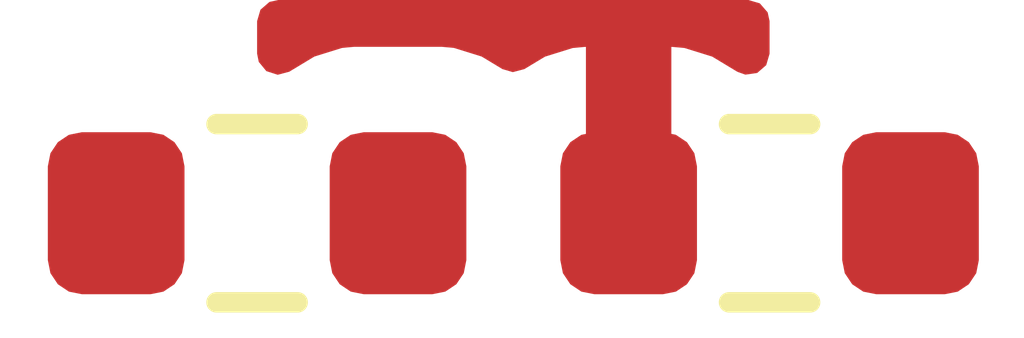
<source format=kicad_pcb>
(kicad_pcb (version 20241229) (generator "pcbnew") (generator_version "9.0")
  (layers (0 "F.Cu" signal) (2 "B.Cu" signal) (13 "F.Paste" user) (15 "B.Paste" user) (5 "F.SilkS" user "F.Silkscreen") (7 "B.SilkS" user "B.Silkscreen") (1 "F.Mask" user) (3 "B.Mask" user) (25 "Edge.Cuts" user))
  (net 0 "")
  (net 1 "P1")
  (net 2 "P2")
  (footprint "R_0603_1608Metric:R_0603_1608Metric" (layer "F.Cu") (at 150 104)
    (property "Reference" "R2" (hide yes))
    (property "Value" "1k" (hide yes))
    (fp_line (start -0.237258 -0.5225) (end 0.237258 -0.5225) (stroke (width 0.12)) (layer "F.SilkS"))
    (fp_line (start -0.237258 0.5225) (end 0.237258 0.5225) (stroke (width 0.12)) (layer "F.SilkS"))
    (pad "1" smd roundrect (at -0.825 0) (size 0.8 0.95) (layers "F.Cu" "F.Mask" "F.Paste") (net 1 "P1"))
    (pad "2" smd roundrect (at 0.825 0) (size 0.8 0.95) (layers "F.Cu" "F.Mask" "F.Paste") (net 2 "P2"))
  )
  (footprint "R_0603_1608Metric:R_0603_1608Metric" (layer "F.Cu") (at 147 104)
    (property "Reference" "R1" (hide yes))
    (property "Value" "1k" (hide yes))
    (fp_line (start -0.237258 -0.5225) (end 0.237258 -0.5225) (stroke (width 0.12)) (layer "F.SilkS"))
    (fp_line (start -0.237258 0.5225) (end 0.237258 0.5225) (stroke (width 0.12)) (layer "F.SilkS"))
    (pad "1" smd roundrect (at -0.825 0) (size 0.8 0.95) (layers "F.Cu" "F.Mask" "F.Paste") (net 1 "P1"))
    (pad "2" smd roundrect (at 0.825 0) (size 0.8 0.95) (layers "F.Cu" "F.Mask" "F.Paste") (net 2 "P2"))
  )
  (zone (net 1) (net_name "P1") (layer "F.Cu") (connect_pads (clearance 0.5)) (min_thickness 0.25) (fill yes (thermal_gap 0.5) (thermal_bridge_width 0.5))
    (polygon (pts (xy 147 104) (xy 150 104) (xy 150 102.75) (xy 147 102.75)))
  )
)
</source>
